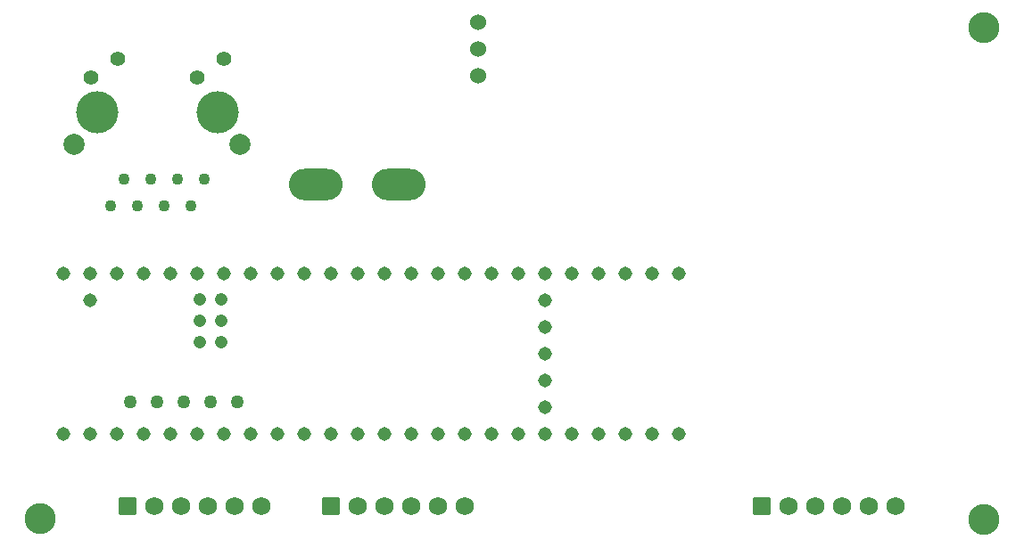
<source format=gbs>
%TF.GenerationSoftware,KiCad,Pcbnew,(6.0.7)*%
%TF.CreationDate,2023-04-22T03:46:43-05:00*%
%TF.ProjectId,Flouro_Breakout,466c6f75-726f-45f4-9272-65616b6f7574,rev?*%
%TF.SameCoordinates,Original*%
%TF.FileFunction,Soldermask,Bot*%
%TF.FilePolarity,Negative*%
%FSLAX46Y46*%
G04 Gerber Fmt 4.6, Leading zero omitted, Abs format (unit mm)*
G04 Created by KiCad (PCBNEW (6.0.7)) date 2023-04-22 03:46:43*
%MOMM*%
%LPD*%
G01*
G04 APERTURE LIST*
G04 Aperture macros list*
%AMRoundRect*
0 Rectangle with rounded corners*
0 $1 Rounding radius*
0 $2 $3 $4 $5 $6 $7 $8 $9 X,Y pos of 4 corners*
0 Add a 4 corners polygon primitive as box body*
4,1,4,$2,$3,$4,$5,$6,$7,$8,$9,$2,$3,0*
0 Add four circle primitives for the rounded corners*
1,1,$1+$1,$2,$3*
1,1,$1+$1,$4,$5*
1,1,$1+$1,$6,$7*
1,1,$1+$1,$8,$9*
0 Add four rect primitives between the rounded corners*
20,1,$1+$1,$2,$3,$4,$5,0*
20,1,$1+$1,$4,$5,$6,$7,0*
20,1,$1+$1,$6,$7,$8,$9,0*
20,1,$1+$1,$8,$9,$2,$3,0*%
G04 Aperture macros list end*
%ADD10RoundRect,0.250000X-0.620000X-0.620000X0.620000X-0.620000X0.620000X0.620000X-0.620000X0.620000X0*%
%ADD11C,1.740000*%
%ADD12C,2.946400*%
%ADD13C,1.524000*%
%ADD14O,5.100000X3.000000*%
%ADD15C,1.308000*%
%ADD16C,1.258000*%
%ADD17C,1.208000*%
%ADD18C,1.100000*%
%ADD19C,1.400000*%
%ADD20C,4.000000*%
%ADD21C,2.000000*%
G04 APERTURE END LIST*
D10*
%TO.C,Conn4*%
X139700000Y-97294000D03*
D11*
X142240000Y-97294000D03*
X144780000Y-97294000D03*
X147320000Y-97294000D03*
X149860000Y-97294000D03*
X152400000Y-97294000D03*
%TD*%
D10*
%TO.C,Conn2*%
X120396000Y-97294000D03*
D11*
X122936000Y-97294000D03*
X125476000Y-97294000D03*
X128016000Y-97294000D03*
X130556000Y-97294000D03*
X133096000Y-97294000D03*
%TD*%
D12*
%TO.C,H3*%
X112058580Y-98507420D03*
%TD*%
%TO.C,H2*%
X201676000Y-98552000D03*
%TD*%
%TO.C,H1*%
X201631420Y-51860580D03*
%TD*%
D10*
%TO.C,J2*%
X180594000Y-97294000D03*
D11*
X183134000Y-97294000D03*
X185674000Y-97294000D03*
X188214000Y-97294000D03*
X190754000Y-97294000D03*
X193294000Y-97294000D03*
%TD*%
D13*
%TO.C,U2*%
X153670000Y-56388000D03*
X153670000Y-53848000D03*
X153670000Y-51308000D03*
%TD*%
D14*
%TO.C,Conn1*%
X146139000Y-66737200D03*
X138265000Y-66737200D03*
%TD*%
D15*
%TO.C,U1*%
X116802000Y-90471000D03*
X119342000Y-90471000D03*
X121882000Y-90471000D03*
X124422000Y-90471000D03*
X149822000Y-90471000D03*
X119342000Y-75231000D03*
X159982000Y-85391000D03*
X126962000Y-90471000D03*
X129502000Y-90471000D03*
D16*
X120612000Y-87421000D03*
D15*
X132042000Y-90471000D03*
X134582000Y-90471000D03*
X137122000Y-90471000D03*
X139662000Y-90471000D03*
X142202000Y-90471000D03*
X144742000Y-90471000D03*
X147282000Y-90471000D03*
X147282000Y-75231000D03*
X144742000Y-75231000D03*
X142202000Y-75231000D03*
X139662000Y-75231000D03*
X137122000Y-75231000D03*
X134582000Y-75231000D03*
X132042000Y-75231000D03*
X129502000Y-75231000D03*
X126962000Y-75231000D03*
X124422000Y-75231000D03*
X121882000Y-75231000D03*
X152362000Y-90471000D03*
X154902000Y-90471000D03*
X157442000Y-90471000D03*
X159982000Y-90471000D03*
X162522000Y-90471000D03*
X165062000Y-90471000D03*
X167602000Y-90471000D03*
X170142000Y-90471000D03*
X172682000Y-90471000D03*
X172682000Y-75231000D03*
X170142000Y-75231000D03*
X167602000Y-75231000D03*
X165062000Y-75231000D03*
X162522000Y-75231000D03*
X159982000Y-75231000D03*
X157442000Y-75231000D03*
X154902000Y-75231000D03*
X152362000Y-75231000D03*
D16*
X125692000Y-87421000D03*
X123152000Y-87421000D03*
D15*
X114262000Y-90471000D03*
X149822000Y-75231000D03*
X116802000Y-75231000D03*
X159982000Y-82851000D03*
D17*
X129232000Y-79681000D03*
X127232000Y-79681000D03*
D15*
X159982000Y-77771000D03*
X159982000Y-80311000D03*
D17*
X127232000Y-77681000D03*
X129232000Y-77681000D03*
X129232000Y-81681000D03*
X127232000Y-81681000D03*
D16*
X128232000Y-87421000D03*
X130772000Y-87421000D03*
D15*
X159982000Y-87931000D03*
X114262000Y-75231000D03*
X116802000Y-77771000D03*
%TD*%
D18*
%TO.C,J1*%
X127635000Y-66242500D03*
X126365000Y-68782500D03*
X125095000Y-66242500D03*
X123825000Y-68782500D03*
X122555000Y-66242500D03*
X121285000Y-68782500D03*
X120015000Y-66242500D03*
X118745000Y-68782500D03*
D19*
X129515000Y-54812500D03*
X126975000Y-56602500D03*
X119405000Y-54812500D03*
X116865000Y-56602500D03*
D20*
X128905000Y-59892500D03*
X117475000Y-59892500D03*
D21*
X131065000Y-62942500D03*
X115315000Y-62942500D03*
%TD*%
M02*

</source>
